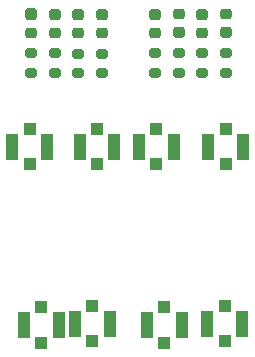
<source format=gbr>
%TF.GenerationSoftware,KiCad,Pcbnew,8.0.4-8.0.4-0~ubuntu22.04.1*%
%TF.CreationDate,2024-08-22T22:04:31-07:00*%
%TF.ProjectId,siglent-la,7369676c-656e-4742-9d6c-612e6b696361,rev?*%
%TF.SameCoordinates,Original*%
%TF.FileFunction,Paste,Top*%
%TF.FilePolarity,Positive*%
%FSLAX46Y46*%
G04 Gerber Fmt 4.6, Leading zero omitted, Abs format (unit mm)*
G04 Created by KiCad (PCBNEW 8.0.4-8.0.4-0~ubuntu22.04.1) date 2024-08-22 22:04:31*
%MOMM*%
%LPD*%
G01*
G04 APERTURE LIST*
G04 Aperture macros list*
%AMRoundRect*
0 Rectangle with rounded corners*
0 $1 Rounding radius*
0 $2 $3 $4 $5 $6 $7 $8 $9 X,Y pos of 4 corners*
0 Add a 4 corners polygon primitive as box body*
4,1,4,$2,$3,$4,$5,$6,$7,$8,$9,$2,$3,0*
0 Add four circle primitives for the rounded corners*
1,1,$1+$1,$2,$3*
1,1,$1+$1,$4,$5*
1,1,$1+$1,$6,$7*
1,1,$1+$1,$8,$9*
0 Add four rect primitives between the rounded corners*
20,1,$1+$1,$2,$3,$4,$5,0*
20,1,$1+$1,$4,$5,$6,$7,0*
20,1,$1+$1,$6,$7,$8,$9,0*
20,1,$1+$1,$8,$9,$2,$3,0*%
G04 Aperture macros list end*
%ADD10R,1.000000X1.000000*%
%ADD11R,1.050000X2.200000*%
%ADD12RoundRect,0.200000X0.275000X-0.200000X0.275000X0.200000X-0.275000X0.200000X-0.275000X-0.200000X0*%
%ADD13RoundRect,0.225000X0.250000X-0.225000X0.250000X0.225000X-0.250000X0.225000X-0.250000X-0.225000X0*%
G04 APERTURE END LIST*
D10*
%TO.C,J20*%
X119000000Y-84400000D03*
D11*
X117525000Y-85900000D03*
D10*
X119000000Y-87400000D03*
D11*
X120475000Y-85900000D03*
%TD*%
D10*
%TO.C,J19*%
X118925000Y-99400000D03*
D11*
X117450000Y-100900000D03*
D10*
X118925000Y-102400000D03*
D11*
X120400000Y-100900000D03*
%TD*%
D10*
%TO.C,J18*%
X113800000Y-99500000D03*
D11*
X112325000Y-101000000D03*
D10*
X113800000Y-102500000D03*
D11*
X115275000Y-101000000D03*
%TD*%
D10*
%TO.C,J17*%
X113100000Y-84400000D03*
D11*
X111625000Y-85900000D03*
D10*
X113100000Y-87400000D03*
D11*
X114575000Y-85900000D03*
%TD*%
D10*
%TO.C,J16*%
X108100000Y-84400000D03*
D11*
X106625000Y-85900000D03*
D10*
X108100000Y-87400000D03*
D11*
X109575000Y-85900000D03*
%TD*%
%TO.C,J15*%
X109175000Y-100900000D03*
D10*
X107700000Y-102400000D03*
D11*
X106225000Y-100900000D03*
D10*
X107700000Y-99400000D03*
%TD*%
%TO.C,J14*%
X103375000Y-99500000D03*
D11*
X101900000Y-101000000D03*
D10*
X103375000Y-102500000D03*
D11*
X104850000Y-101000000D03*
%TD*%
D10*
%TO.C,J13*%
X102400000Y-84400000D03*
D11*
X100925000Y-85900000D03*
D10*
X102400000Y-87400000D03*
D11*
X103875000Y-85900000D03*
%TD*%
D12*
%TO.C,R30*%
X117000000Y-76325000D03*
X117000000Y-74675000D03*
%TD*%
%TO.C,R31*%
X119000000Y-79650000D03*
X119000000Y-78000000D03*
%TD*%
%TO.C,R21*%
X106500000Y-79690000D03*
X106500000Y-78040000D03*
%TD*%
%TO.C,R20*%
X104500000Y-76325000D03*
X104500000Y-74675000D03*
%TD*%
D13*
%TO.C,C15*%
X117000000Y-76275000D03*
X117000000Y-74725000D03*
%TD*%
D12*
%TO.C,R19*%
X104500000Y-79650000D03*
X104500000Y-78000000D03*
%TD*%
%TO.C,R17*%
X102500000Y-79650000D03*
X102500000Y-78000000D03*
%TD*%
%TO.C,R23*%
X108500000Y-79690000D03*
X108500000Y-78040000D03*
%TD*%
%TO.C,R24*%
X108500000Y-76325000D03*
X108500000Y-74675000D03*
%TD*%
%TO.C,R32*%
X119000000Y-76325000D03*
X119000000Y-74675000D03*
%TD*%
%TO.C,R29*%
X117000000Y-79650000D03*
X117000000Y-78000000D03*
%TD*%
D13*
%TO.C,C9*%
X102500000Y-76275000D03*
X102500000Y-74725000D03*
%TD*%
%TO.C,C10*%
X104500000Y-76275000D03*
X104500000Y-74725000D03*
%TD*%
D12*
%TO.C,R25*%
X113000000Y-79650000D03*
X113000000Y-78000000D03*
%TD*%
D13*
%TO.C,C14*%
X115000000Y-76225000D03*
X115000000Y-74675000D03*
%TD*%
D12*
%TO.C,R26*%
X113000000Y-76325000D03*
X113000000Y-74675000D03*
%TD*%
D13*
%TO.C,C11*%
X106500000Y-76275000D03*
X106500000Y-74725000D03*
%TD*%
%TO.C,C12*%
X108500000Y-76275000D03*
X108500000Y-74725000D03*
%TD*%
D12*
%TO.C,R27*%
X115000000Y-79650000D03*
X115000000Y-78000000D03*
%TD*%
%TO.C,R22*%
X106500000Y-76325000D03*
X106500000Y-74675000D03*
%TD*%
%TO.C,R28*%
X115000000Y-76325000D03*
X115000000Y-74675000D03*
%TD*%
D13*
%TO.C,C16*%
X119000000Y-76200000D03*
X119000000Y-74650000D03*
%TD*%
%TO.C,C13*%
X113000000Y-76275000D03*
X113000000Y-74725000D03*
%TD*%
D12*
%TO.C,R18*%
X102500000Y-76275000D03*
X102500000Y-74625000D03*
%TD*%
M02*

</source>
